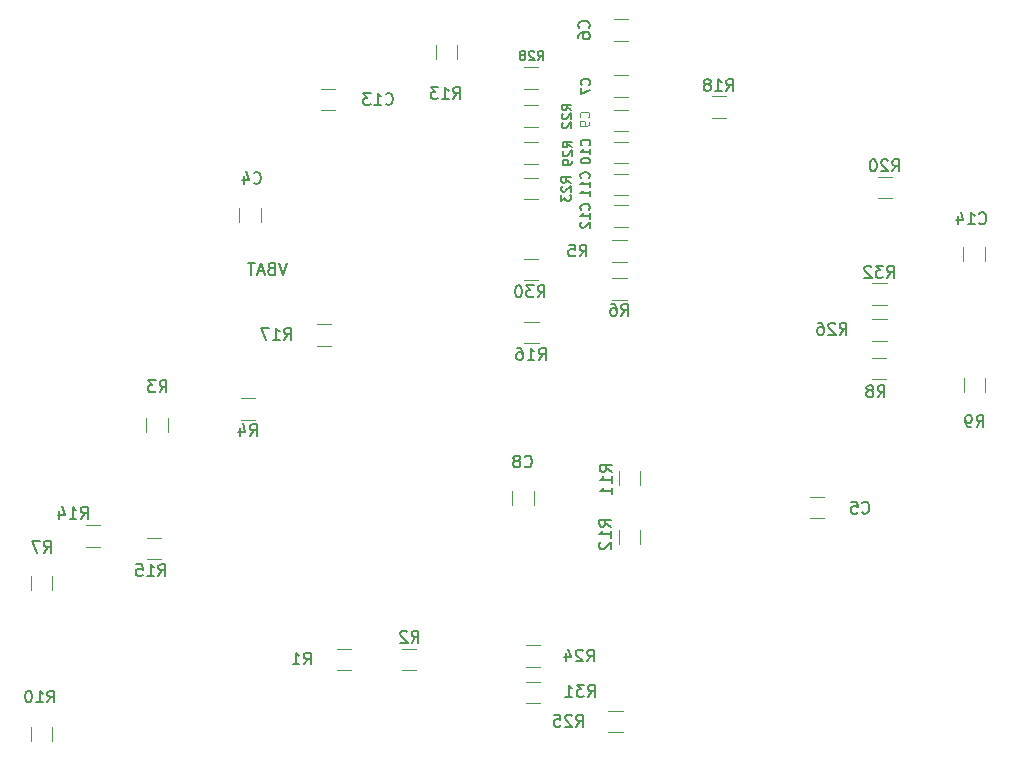
<source format=gbr>
G04 #@! TF.GenerationSoftware,KiCad,Pcbnew,5.1.2-f72e74a~84~ubuntu18.04.1*
G04 #@! TF.CreationDate,2022-02-01T20:37:36+01:00*
G04 #@! TF.ProjectId,T41Expander,54343145-7870-4616-9e64-65722e6b6963,rev?*
G04 #@! TF.SameCoordinates,Original*
G04 #@! TF.FileFunction,Legend,Bot*
G04 #@! TF.FilePolarity,Positive*
%FSLAX46Y46*%
G04 Gerber Fmt 4.6, Leading zero omitted, Abs format (unit mm)*
G04 Created by KiCad (PCBNEW 5.1.2-f72e74a~84~ubuntu18.04.1) date 2022-02-01 20:37:36*
%MOMM*%
%LPD*%
G04 APERTURE LIST*
%ADD10C,0.150000*%
%ADD11C,0.120000*%
%ADD12C,0.125000*%
G04 APERTURE END LIST*
D10*
X36242737Y-34585660D02*
X35909403Y-35585660D01*
X35576070Y-34585660D01*
X34909403Y-35061851D02*
X34766546Y-35109470D01*
X34718927Y-35157089D01*
X34671308Y-35252327D01*
X34671308Y-35395184D01*
X34718927Y-35490422D01*
X34766546Y-35538041D01*
X34861784Y-35585660D01*
X35242737Y-35585660D01*
X35242737Y-34585660D01*
X34909403Y-34585660D01*
X34814165Y-34633280D01*
X34766546Y-34680899D01*
X34718927Y-34776137D01*
X34718927Y-34871375D01*
X34766546Y-34966613D01*
X34814165Y-35014232D01*
X34909403Y-35061851D01*
X35242737Y-35061851D01*
X34290356Y-35299946D02*
X33814165Y-35299946D01*
X34385594Y-35585660D02*
X34052260Y-34585660D01*
X33718927Y-35585660D01*
X33528451Y-34585660D02*
X32957022Y-34585660D01*
X33242737Y-35585660D02*
X33242737Y-34585660D01*
D11*
X32231920Y-29943976D02*
X32231920Y-31148104D01*
X34051920Y-29943976D02*
X34051920Y-31148104D01*
X81765224Y-54390880D02*
X80561096Y-54390880D01*
X81765224Y-56210880D02*
X80561096Y-56210880D01*
X65158704Y-15769000D02*
X63954576Y-15769000D01*
X65158704Y-13949000D02*
X63954576Y-13949000D01*
X65138384Y-20513720D02*
X63934256Y-20513720D01*
X65138384Y-18693720D02*
X63934256Y-18693720D01*
X55325600Y-55120624D02*
X55325600Y-53916496D01*
X57145600Y-55120624D02*
X57145600Y-53916496D01*
X63934256Y-23439800D02*
X65138384Y-23439800D01*
X63934256Y-21619800D02*
X65138384Y-21619800D01*
X63934256Y-24317280D02*
X65138384Y-24317280D01*
X63934256Y-26137280D02*
X65138384Y-26137280D01*
X63934256Y-28880480D02*
X65138384Y-28880480D01*
X63934256Y-27060480D02*
X65138384Y-27060480D01*
X63934256Y-29717320D02*
X65138384Y-29717320D01*
X63934256Y-31537320D02*
X65138384Y-31537320D01*
X39146856Y-21671960D02*
X40350984Y-21671960D01*
X39146856Y-19851960D02*
X40350984Y-19851960D01*
X95326880Y-34432784D02*
X95326880Y-33228656D01*
X93506880Y-34432784D02*
X93506880Y-33228656D01*
X41714504Y-67258520D02*
X40510376Y-67258520D01*
X41714504Y-69078520D02*
X40510376Y-69078520D01*
X47173424Y-69078520D02*
X45969296Y-69078520D01*
X47173424Y-67258520D02*
X45969296Y-67258520D01*
X26157600Y-48938264D02*
X26157600Y-47734136D01*
X24337600Y-48938264D02*
X24337600Y-47734136D01*
X32346816Y-47869520D02*
X33550944Y-47869520D01*
X32346816Y-46049520D02*
X33550944Y-46049520D01*
X63802176Y-32663720D02*
X65006304Y-32663720D01*
X63802176Y-34483720D02*
X65006304Y-34483720D01*
X63802176Y-35879360D02*
X65006304Y-35879360D01*
X63802176Y-37699360D02*
X65006304Y-37699360D01*
X14568760Y-62286424D02*
X14568760Y-61082296D01*
X16388760Y-62286424D02*
X16388760Y-61082296D01*
X85747776Y-44435440D02*
X86951904Y-44435440D01*
X85747776Y-42615440D02*
X86951904Y-42615440D01*
X93562760Y-45509264D02*
X93562760Y-44305136D01*
X95382760Y-45509264D02*
X95382760Y-44305136D01*
X16388760Y-73882976D02*
X16388760Y-75087104D01*
X14568760Y-73882976D02*
X14568760Y-75087104D01*
X64352760Y-53380264D02*
X64352760Y-52176136D01*
X66172760Y-53380264D02*
X66172760Y-52176136D01*
X64347680Y-57215496D02*
X64347680Y-58419624D01*
X66167680Y-57215496D02*
X66167680Y-58419624D01*
X48853680Y-16158936D02*
X48853680Y-17363064D01*
X50673680Y-16158936D02*
X50673680Y-17363064D01*
X19250576Y-58623880D02*
X20454704Y-58623880D01*
X19250576Y-56803880D02*
X20454704Y-56803880D01*
X24376296Y-57860520D02*
X25580424Y-57860520D01*
X24376296Y-59680520D02*
X25580424Y-59680520D01*
X57564104Y-41387440D02*
X56359976Y-41387440D01*
X57564104Y-39567440D02*
X56359976Y-39567440D01*
X38810656Y-41605880D02*
X40014784Y-41605880D01*
X38810656Y-39785880D02*
X40014784Y-39785880D01*
X73408624Y-20481880D02*
X72204496Y-20481880D01*
X73408624Y-22301880D02*
X72204496Y-22301880D01*
X87464984Y-29114160D02*
X86260856Y-29114160D01*
X87464984Y-27294160D02*
X86260856Y-27294160D01*
X57515384Y-21228640D02*
X56311256Y-21228640D01*
X57515384Y-23048640D02*
X56311256Y-23048640D01*
X57515384Y-29215760D02*
X56311256Y-29215760D01*
X57515384Y-27395760D02*
X56311256Y-27395760D01*
X57708424Y-66963880D02*
X56504296Y-66963880D01*
X57708424Y-68783880D02*
X56504296Y-68783880D01*
X63474976Y-74341400D02*
X64679104Y-74341400D01*
X63474976Y-72521400D02*
X64679104Y-72521400D01*
X87017944Y-39343920D02*
X85813816Y-39343920D01*
X87017944Y-41163920D02*
X85813816Y-41163920D01*
X57515384Y-19827920D02*
X56311256Y-19827920D01*
X57515384Y-18007920D02*
X56311256Y-18007920D01*
X57515384Y-24368080D02*
X56311256Y-24368080D01*
X57515384Y-26188080D02*
X56311256Y-26188080D01*
X57515384Y-36043280D02*
X56311256Y-36043280D01*
X57515384Y-34223280D02*
X56311256Y-34223280D01*
X57708424Y-71872520D02*
X56504296Y-71872520D01*
X57708424Y-70052520D02*
X56504296Y-70052520D01*
X87017944Y-36301000D02*
X85813816Y-36301000D01*
X87017944Y-38121000D02*
X85813816Y-38121000D01*
D10*
X33440666Y-27799302D02*
X33488285Y-27846921D01*
X33631142Y-27894540D01*
X33726380Y-27894540D01*
X33869238Y-27846921D01*
X33964476Y-27751683D01*
X34012095Y-27656445D01*
X34059714Y-27465969D01*
X34059714Y-27323112D01*
X34012095Y-27132636D01*
X33964476Y-27037398D01*
X33869238Y-26942160D01*
X33726380Y-26894540D01*
X33631142Y-26894540D01*
X33488285Y-26942160D01*
X33440666Y-26989779D01*
X32583523Y-27227874D02*
X32583523Y-27894540D01*
X32821619Y-26846921D02*
X33059714Y-27561207D01*
X32440666Y-27561207D01*
X84951866Y-55713902D02*
X84999485Y-55761521D01*
X85142342Y-55809140D01*
X85237580Y-55809140D01*
X85380438Y-55761521D01*
X85475676Y-55666283D01*
X85523295Y-55571045D01*
X85570914Y-55380569D01*
X85570914Y-55237712D01*
X85523295Y-55047236D01*
X85475676Y-54951998D01*
X85380438Y-54856760D01*
X85237580Y-54809140D01*
X85142342Y-54809140D01*
X84999485Y-54856760D01*
X84951866Y-54904379D01*
X84047104Y-54809140D02*
X84523295Y-54809140D01*
X84570914Y-55285331D01*
X84523295Y-55237712D01*
X84428057Y-55190093D01*
X84189961Y-55190093D01*
X84094723Y-55237712D01*
X84047104Y-55285331D01*
X83999485Y-55380569D01*
X83999485Y-55618664D01*
X84047104Y-55713902D01*
X84094723Y-55761521D01*
X84189961Y-55809140D01*
X84428057Y-55809140D01*
X84523295Y-55761521D01*
X84570914Y-55713902D01*
X61804822Y-14702493D02*
X61852441Y-14654874D01*
X61900060Y-14512017D01*
X61900060Y-14416779D01*
X61852441Y-14273921D01*
X61757203Y-14178683D01*
X61661965Y-14131064D01*
X61471489Y-14083445D01*
X61328632Y-14083445D01*
X61138156Y-14131064D01*
X61042918Y-14178683D01*
X60947680Y-14273921D01*
X60900060Y-14416779D01*
X60900060Y-14512017D01*
X60947680Y-14654874D01*
X60995299Y-14702493D01*
X60900060Y-15559636D02*
X60900060Y-15369160D01*
X60947680Y-15273921D01*
X60995299Y-15226302D01*
X61138156Y-15131064D01*
X61328632Y-15083445D01*
X61709584Y-15083445D01*
X61804822Y-15131064D01*
X61852441Y-15178683D01*
X61900060Y-15273921D01*
X61900060Y-15464398D01*
X61852441Y-15559636D01*
X61804822Y-15607255D01*
X61709584Y-15654874D01*
X61471489Y-15654874D01*
X61376251Y-15607255D01*
X61328632Y-15559636D01*
X61281013Y-15464398D01*
X61281013Y-15273921D01*
X61328632Y-15178683D01*
X61376251Y-15131064D01*
X61471489Y-15083445D01*
X61845154Y-19495786D02*
X61883249Y-19457691D01*
X61921344Y-19343405D01*
X61921344Y-19267215D01*
X61883249Y-19152929D01*
X61807059Y-19076739D01*
X61730868Y-19038643D01*
X61578487Y-19000548D01*
X61464201Y-19000548D01*
X61311820Y-19038643D01*
X61235630Y-19076739D01*
X61159440Y-19152929D01*
X61121344Y-19267215D01*
X61121344Y-19343405D01*
X61159440Y-19457691D01*
X61197535Y-19495786D01*
X61121344Y-19762453D02*
X61121344Y-20295786D01*
X61921344Y-19952929D01*
X56376866Y-51807382D02*
X56424485Y-51855001D01*
X56567342Y-51902620D01*
X56662580Y-51902620D01*
X56805438Y-51855001D01*
X56900676Y-51759763D01*
X56948295Y-51664525D01*
X56995914Y-51474049D01*
X56995914Y-51331192D01*
X56948295Y-51140716D01*
X56900676Y-51045478D01*
X56805438Y-50950240D01*
X56662580Y-50902620D01*
X56567342Y-50902620D01*
X56424485Y-50950240D01*
X56376866Y-50997859D01*
X55805438Y-51331192D02*
X55900676Y-51283573D01*
X55948295Y-51235954D01*
X55995914Y-51140716D01*
X55995914Y-51093097D01*
X55948295Y-50997859D01*
X55900676Y-50950240D01*
X55805438Y-50902620D01*
X55614961Y-50902620D01*
X55519723Y-50950240D01*
X55472104Y-50997859D01*
X55424485Y-51093097D01*
X55424485Y-51140716D01*
X55472104Y-51235954D01*
X55519723Y-51283573D01*
X55614961Y-51331192D01*
X55805438Y-51331192D01*
X55900676Y-51378811D01*
X55948295Y-51426430D01*
X55995914Y-51521668D01*
X55995914Y-51712144D01*
X55948295Y-51807382D01*
X55900676Y-51855001D01*
X55805438Y-51902620D01*
X55614961Y-51902620D01*
X55519723Y-51855001D01*
X55472104Y-51807382D01*
X55424485Y-51712144D01*
X55424485Y-51521668D01*
X55472104Y-51426430D01*
X55519723Y-51378811D01*
X55614961Y-51331192D01*
D12*
X61748634Y-22269466D02*
X61786729Y-22231371D01*
X61824824Y-22117085D01*
X61824824Y-22040895D01*
X61786729Y-21926609D01*
X61710539Y-21850419D01*
X61634348Y-21812323D01*
X61481967Y-21774228D01*
X61367681Y-21774228D01*
X61215300Y-21812323D01*
X61139110Y-21850419D01*
X61062920Y-21926609D01*
X61024824Y-22040895D01*
X61024824Y-22117085D01*
X61062920Y-22231371D01*
X61101015Y-22269466D01*
X61824824Y-22650419D02*
X61824824Y-22802800D01*
X61786729Y-22878990D01*
X61748634Y-22917085D01*
X61634348Y-22993276D01*
X61481967Y-23031371D01*
X61177205Y-23031371D01*
X61101015Y-22993276D01*
X61062920Y-22955180D01*
X61024824Y-22878990D01*
X61024824Y-22726609D01*
X61062920Y-22650419D01*
X61101015Y-22612323D01*
X61177205Y-22574228D01*
X61367681Y-22574228D01*
X61443872Y-22612323D01*
X61481967Y-22650419D01*
X61520062Y-22726609D01*
X61520062Y-22878990D01*
X61481967Y-22955180D01*
X61443872Y-22993276D01*
X61367681Y-23031371D01*
D10*
X61850234Y-24646954D02*
X61888329Y-24608859D01*
X61926424Y-24494573D01*
X61926424Y-24418382D01*
X61888329Y-24304097D01*
X61812139Y-24227906D01*
X61735948Y-24189811D01*
X61583567Y-24151716D01*
X61469281Y-24151716D01*
X61316900Y-24189811D01*
X61240710Y-24227906D01*
X61164520Y-24304097D01*
X61126424Y-24418382D01*
X61126424Y-24494573D01*
X61164520Y-24608859D01*
X61202615Y-24646954D01*
X61926424Y-25408859D02*
X61926424Y-24951716D01*
X61926424Y-25180287D02*
X61126424Y-25180287D01*
X61240710Y-25104097D01*
X61316900Y-25027906D01*
X61354996Y-24951716D01*
X61126424Y-25904097D02*
X61126424Y-25980287D01*
X61164520Y-26056478D01*
X61202615Y-26094573D01*
X61278805Y-26132668D01*
X61431186Y-26170763D01*
X61621662Y-26170763D01*
X61774043Y-26132668D01*
X61850234Y-26094573D01*
X61888329Y-26056478D01*
X61926424Y-25980287D01*
X61926424Y-25904097D01*
X61888329Y-25827906D01*
X61850234Y-25789811D01*
X61774043Y-25751716D01*
X61621662Y-25713620D01*
X61431186Y-25713620D01*
X61278805Y-25751716D01*
X61202615Y-25789811D01*
X61164520Y-25827906D01*
X61126424Y-25904097D01*
X61822073Y-27408873D02*
X61860168Y-27370778D01*
X61898263Y-27256492D01*
X61898263Y-27180301D01*
X61860168Y-27066016D01*
X61783978Y-26989825D01*
X61707787Y-26951730D01*
X61555406Y-26913635D01*
X61441120Y-26913635D01*
X61288739Y-26951730D01*
X61212549Y-26989825D01*
X61136359Y-27066016D01*
X61098263Y-27180301D01*
X61098263Y-27256492D01*
X61136359Y-27370778D01*
X61174454Y-27408873D01*
X61898263Y-28170778D02*
X61898263Y-27713635D01*
X61898263Y-27942206D02*
X61098263Y-27942206D01*
X61212549Y-27866016D01*
X61288739Y-27789825D01*
X61326835Y-27713635D01*
X61898263Y-28932682D02*
X61898263Y-28475539D01*
X61898263Y-28704111D02*
X61098263Y-28704111D01*
X61212549Y-28627920D01*
X61288739Y-28551730D01*
X61326835Y-28475539D01*
X61829914Y-30097794D02*
X61868009Y-30059699D01*
X61906104Y-29945413D01*
X61906104Y-29869222D01*
X61868009Y-29754937D01*
X61791819Y-29678746D01*
X61715628Y-29640651D01*
X61563247Y-29602556D01*
X61448961Y-29602556D01*
X61296580Y-29640651D01*
X61220390Y-29678746D01*
X61144200Y-29754937D01*
X61106104Y-29869222D01*
X61106104Y-29945413D01*
X61144200Y-30059699D01*
X61182295Y-30097794D01*
X61906104Y-30859699D02*
X61906104Y-30402556D01*
X61906104Y-30631127D02*
X61106104Y-30631127D01*
X61220390Y-30554937D01*
X61296580Y-30478746D01*
X61334676Y-30402556D01*
X61182295Y-31164460D02*
X61144200Y-31202556D01*
X61106104Y-31278746D01*
X61106104Y-31469222D01*
X61144200Y-31545413D01*
X61182295Y-31583508D01*
X61258485Y-31621603D01*
X61334676Y-31621603D01*
X61448961Y-31583508D01*
X61906104Y-31126365D01*
X61906104Y-31621603D01*
X44615337Y-21119102D02*
X44662956Y-21166721D01*
X44805813Y-21214340D01*
X44901051Y-21214340D01*
X45043908Y-21166721D01*
X45139146Y-21071483D01*
X45186765Y-20976245D01*
X45234384Y-20785769D01*
X45234384Y-20642912D01*
X45186765Y-20452436D01*
X45139146Y-20357198D01*
X45043908Y-20261960D01*
X44901051Y-20214340D01*
X44805813Y-20214340D01*
X44662956Y-20261960D01*
X44615337Y-20309579D01*
X43662956Y-21214340D02*
X44234384Y-21214340D01*
X43948670Y-21214340D02*
X43948670Y-20214340D01*
X44043908Y-20357198D01*
X44139146Y-20452436D01*
X44234384Y-20500055D01*
X43329622Y-20214340D02*
X42710575Y-20214340D01*
X43043908Y-20595293D01*
X42901051Y-20595293D01*
X42805813Y-20642912D01*
X42758194Y-20690531D01*
X42710575Y-20785769D01*
X42710575Y-21023864D01*
X42758194Y-21119102D01*
X42805813Y-21166721D01*
X42901051Y-21214340D01*
X43186765Y-21214340D01*
X43282003Y-21166721D01*
X43329622Y-21119102D01*
X94861617Y-31228302D02*
X94909236Y-31275921D01*
X95052093Y-31323540D01*
X95147331Y-31323540D01*
X95290188Y-31275921D01*
X95385426Y-31180683D01*
X95433045Y-31085445D01*
X95480664Y-30894969D01*
X95480664Y-30752112D01*
X95433045Y-30561636D01*
X95385426Y-30466398D01*
X95290188Y-30371160D01*
X95147331Y-30323540D01*
X95052093Y-30323540D01*
X94909236Y-30371160D01*
X94861617Y-30418779D01*
X93909236Y-31323540D02*
X94480664Y-31323540D01*
X94194950Y-31323540D02*
X94194950Y-30323540D01*
X94290188Y-30466398D01*
X94385426Y-30561636D01*
X94480664Y-30609255D01*
X93052093Y-30656874D02*
X93052093Y-31323540D01*
X93290188Y-30275921D02*
X93528283Y-30990207D01*
X92909236Y-30990207D01*
X37692626Y-68590420D02*
X38025960Y-68114230D01*
X38264055Y-68590420D02*
X38264055Y-67590420D01*
X37883102Y-67590420D01*
X37787864Y-67638040D01*
X37740245Y-67685659D01*
X37692626Y-67780897D01*
X37692626Y-67923754D01*
X37740245Y-68018992D01*
X37787864Y-68066611D01*
X37883102Y-68114230D01*
X38264055Y-68114230D01*
X36740245Y-68590420D02*
X37311674Y-68590420D01*
X37025960Y-68590420D02*
X37025960Y-67590420D01*
X37121198Y-67733278D01*
X37216436Y-67828516D01*
X37311674Y-67876135D01*
X46801066Y-66736220D02*
X47134400Y-66260030D01*
X47372495Y-66736220D02*
X47372495Y-65736220D01*
X46991542Y-65736220D01*
X46896304Y-65783840D01*
X46848685Y-65831459D01*
X46801066Y-65926697D01*
X46801066Y-66069554D01*
X46848685Y-66164792D01*
X46896304Y-66212411D01*
X46991542Y-66260030D01*
X47372495Y-66260030D01*
X46420114Y-65831459D02*
X46372495Y-65783840D01*
X46277257Y-65736220D01*
X46039161Y-65736220D01*
X45943923Y-65783840D01*
X45896304Y-65831459D01*
X45848685Y-65926697D01*
X45848685Y-66021935D01*
X45896304Y-66164792D01*
X46467733Y-66736220D01*
X45848685Y-66736220D01*
X25465066Y-45537380D02*
X25798400Y-45061190D01*
X26036495Y-45537380D02*
X26036495Y-44537380D01*
X25655542Y-44537380D01*
X25560304Y-44585000D01*
X25512685Y-44632619D01*
X25465066Y-44727857D01*
X25465066Y-44870714D01*
X25512685Y-44965952D01*
X25560304Y-45013571D01*
X25655542Y-45061190D01*
X26036495Y-45061190D01*
X25131733Y-44537380D02*
X24512685Y-44537380D01*
X24846019Y-44918333D01*
X24703161Y-44918333D01*
X24607923Y-44965952D01*
X24560304Y-45013571D01*
X24512685Y-45108809D01*
X24512685Y-45346904D01*
X24560304Y-45442142D01*
X24607923Y-45489761D01*
X24703161Y-45537380D01*
X24988876Y-45537380D01*
X25084114Y-45489761D01*
X25131733Y-45442142D01*
X33115546Y-49231900D02*
X33448880Y-48755710D01*
X33686975Y-49231900D02*
X33686975Y-48231900D01*
X33306022Y-48231900D01*
X33210784Y-48279520D01*
X33163165Y-48327139D01*
X33115546Y-48422377D01*
X33115546Y-48565234D01*
X33163165Y-48660472D01*
X33210784Y-48708091D01*
X33306022Y-48755710D01*
X33686975Y-48755710D01*
X32258403Y-48565234D02*
X32258403Y-49231900D01*
X32496499Y-48184281D02*
X32734594Y-48898567D01*
X32115546Y-48898567D01*
X61030146Y-34036260D02*
X61363480Y-33560070D01*
X61601575Y-34036260D02*
X61601575Y-33036260D01*
X61220622Y-33036260D01*
X61125384Y-33083880D01*
X61077765Y-33131499D01*
X61030146Y-33226737D01*
X61030146Y-33369594D01*
X61077765Y-33464832D01*
X61125384Y-33512451D01*
X61220622Y-33560070D01*
X61601575Y-33560070D01*
X60125384Y-33036260D02*
X60601575Y-33036260D01*
X60649194Y-33512451D01*
X60601575Y-33464832D01*
X60506337Y-33417213D01*
X60268241Y-33417213D01*
X60173003Y-33464832D01*
X60125384Y-33512451D01*
X60077765Y-33607689D01*
X60077765Y-33845784D01*
X60125384Y-33941022D01*
X60173003Y-33988641D01*
X60268241Y-34036260D01*
X60506337Y-34036260D01*
X60601575Y-33988641D01*
X60649194Y-33941022D01*
X64570906Y-39061740D02*
X64904240Y-38585550D01*
X65142335Y-39061740D02*
X65142335Y-38061740D01*
X64761382Y-38061740D01*
X64666144Y-38109360D01*
X64618525Y-38156979D01*
X64570906Y-38252217D01*
X64570906Y-38395074D01*
X64618525Y-38490312D01*
X64666144Y-38537931D01*
X64761382Y-38585550D01*
X65142335Y-38585550D01*
X63713763Y-38061740D02*
X63904240Y-38061740D01*
X63999478Y-38109360D01*
X64047097Y-38156979D01*
X64142335Y-38299836D01*
X64189954Y-38490312D01*
X64189954Y-38871264D01*
X64142335Y-38966502D01*
X64094716Y-39014121D01*
X63999478Y-39061740D01*
X63809001Y-39061740D01*
X63713763Y-39014121D01*
X63666144Y-38966502D01*
X63618525Y-38871264D01*
X63618525Y-38633169D01*
X63666144Y-38537931D01*
X63713763Y-38490312D01*
X63809001Y-38442693D01*
X63999478Y-38442693D01*
X64094716Y-38490312D01*
X64142335Y-38537931D01*
X64189954Y-38633169D01*
X15675906Y-59111140D02*
X16009240Y-58634950D01*
X16247335Y-59111140D02*
X16247335Y-58111140D01*
X15866382Y-58111140D01*
X15771144Y-58158760D01*
X15723525Y-58206379D01*
X15675906Y-58301617D01*
X15675906Y-58444474D01*
X15723525Y-58539712D01*
X15771144Y-58587331D01*
X15866382Y-58634950D01*
X16247335Y-58634950D01*
X15342573Y-58111140D02*
X14675906Y-58111140D01*
X15104478Y-59111140D01*
X86272666Y-45959020D02*
X86606000Y-45482830D01*
X86844095Y-45959020D02*
X86844095Y-44959020D01*
X86463142Y-44959020D01*
X86367904Y-45006640D01*
X86320285Y-45054259D01*
X86272666Y-45149497D01*
X86272666Y-45292354D01*
X86320285Y-45387592D01*
X86367904Y-45435211D01*
X86463142Y-45482830D01*
X86844095Y-45482830D01*
X85701238Y-45387592D02*
X85796476Y-45339973D01*
X85844095Y-45292354D01*
X85891714Y-45197116D01*
X85891714Y-45149497D01*
X85844095Y-45054259D01*
X85796476Y-45006640D01*
X85701238Y-44959020D01*
X85510761Y-44959020D01*
X85415523Y-45006640D01*
X85367904Y-45054259D01*
X85320285Y-45149497D01*
X85320285Y-45197116D01*
X85367904Y-45292354D01*
X85415523Y-45339973D01*
X85510761Y-45387592D01*
X85701238Y-45387592D01*
X85796476Y-45435211D01*
X85844095Y-45482830D01*
X85891714Y-45578068D01*
X85891714Y-45768544D01*
X85844095Y-45863782D01*
X85796476Y-45911401D01*
X85701238Y-45959020D01*
X85510761Y-45959020D01*
X85415523Y-45911401D01*
X85367904Y-45863782D01*
X85320285Y-45768544D01*
X85320285Y-45578068D01*
X85367904Y-45482830D01*
X85415523Y-45435211D01*
X85510761Y-45387592D01*
X94639426Y-48493940D02*
X94972760Y-48017750D01*
X95210855Y-48493940D02*
X95210855Y-47493940D01*
X94829902Y-47493940D01*
X94734664Y-47541560D01*
X94687045Y-47589179D01*
X94639426Y-47684417D01*
X94639426Y-47827274D01*
X94687045Y-47922512D01*
X94734664Y-47970131D01*
X94829902Y-48017750D01*
X95210855Y-48017750D01*
X94163236Y-48493940D02*
X93972760Y-48493940D01*
X93877521Y-48446321D01*
X93829902Y-48398702D01*
X93734664Y-48255845D01*
X93687045Y-48065369D01*
X93687045Y-47684417D01*
X93734664Y-47589179D01*
X93782283Y-47541560D01*
X93877521Y-47493940D01*
X94067998Y-47493940D01*
X94163236Y-47541560D01*
X94210855Y-47589179D01*
X94258474Y-47684417D01*
X94258474Y-47922512D01*
X94210855Y-48017750D01*
X94163236Y-48065369D01*
X94067998Y-48112988D01*
X93877521Y-48112988D01*
X93782283Y-48065369D01*
X93734664Y-48017750D01*
X93687045Y-47922512D01*
X15979377Y-71806060D02*
X16312710Y-71329870D01*
X16550805Y-71806060D02*
X16550805Y-70806060D01*
X16169853Y-70806060D01*
X16074615Y-70853680D01*
X16026996Y-70901299D01*
X15979377Y-70996537D01*
X15979377Y-71139394D01*
X16026996Y-71234632D01*
X16074615Y-71282251D01*
X16169853Y-71329870D01*
X16550805Y-71329870D01*
X15026996Y-71806060D02*
X15598424Y-71806060D01*
X15312710Y-71806060D02*
X15312710Y-70806060D01*
X15407948Y-70948918D01*
X15503186Y-71044156D01*
X15598424Y-71091775D01*
X14407948Y-70806060D02*
X14312710Y-70806060D01*
X14217472Y-70853680D01*
X14169853Y-70901299D01*
X14122234Y-70996537D01*
X14074615Y-71187013D01*
X14074615Y-71425108D01*
X14122234Y-71615584D01*
X14169853Y-71710822D01*
X14217472Y-71758441D01*
X14312710Y-71806060D01*
X14407948Y-71806060D01*
X14503186Y-71758441D01*
X14550805Y-71710822D01*
X14598424Y-71615584D01*
X14646043Y-71425108D01*
X14646043Y-71187013D01*
X14598424Y-70996537D01*
X14550805Y-70901299D01*
X14503186Y-70853680D01*
X14407948Y-70806060D01*
X63749180Y-52285662D02*
X63272990Y-51952329D01*
X63749180Y-51714234D02*
X62749180Y-51714234D01*
X62749180Y-52095186D01*
X62796800Y-52190424D01*
X62844419Y-52238043D01*
X62939657Y-52285662D01*
X63082514Y-52285662D01*
X63177752Y-52238043D01*
X63225371Y-52190424D01*
X63272990Y-52095186D01*
X63272990Y-51714234D01*
X63749180Y-53238043D02*
X63749180Y-52666615D01*
X63749180Y-52952329D02*
X62749180Y-52952329D01*
X62892038Y-52857091D01*
X62987276Y-52761853D01*
X63034895Y-52666615D01*
X63749180Y-54190424D02*
X63749180Y-53618996D01*
X63749180Y-53904710D02*
X62749180Y-53904710D01*
X62892038Y-53809472D01*
X62987276Y-53714234D01*
X63034895Y-53618996D01*
X63672980Y-56918622D02*
X63196790Y-56585289D01*
X63672980Y-56347194D02*
X62672980Y-56347194D01*
X62672980Y-56728146D01*
X62720600Y-56823384D01*
X62768219Y-56871003D01*
X62863457Y-56918622D01*
X63006314Y-56918622D01*
X63101552Y-56871003D01*
X63149171Y-56823384D01*
X63196790Y-56728146D01*
X63196790Y-56347194D01*
X63672980Y-57871003D02*
X63672980Y-57299575D01*
X63672980Y-57585289D02*
X62672980Y-57585289D01*
X62815838Y-57490051D01*
X62911076Y-57394813D01*
X62958695Y-57299575D01*
X62768219Y-58251956D02*
X62720600Y-58299575D01*
X62672980Y-58394813D01*
X62672980Y-58632908D01*
X62720600Y-58728146D01*
X62768219Y-58775765D01*
X62863457Y-58823384D01*
X62958695Y-58823384D01*
X63101552Y-58775765D01*
X63672980Y-58204337D01*
X63672980Y-58823384D01*
X50325257Y-20711420D02*
X50658590Y-20235230D01*
X50896685Y-20711420D02*
X50896685Y-19711420D01*
X50515733Y-19711420D01*
X50420495Y-19759040D01*
X50372876Y-19806659D01*
X50325257Y-19901897D01*
X50325257Y-20044754D01*
X50372876Y-20139992D01*
X50420495Y-20187611D01*
X50515733Y-20235230D01*
X50896685Y-20235230D01*
X49372876Y-20711420D02*
X49944304Y-20711420D01*
X49658590Y-20711420D02*
X49658590Y-19711420D01*
X49753828Y-19854278D01*
X49849066Y-19949516D01*
X49944304Y-19997135D01*
X49039542Y-19711420D02*
X48420495Y-19711420D01*
X48753828Y-20092373D01*
X48610971Y-20092373D01*
X48515733Y-20139992D01*
X48468114Y-20187611D01*
X48420495Y-20282849D01*
X48420495Y-20520944D01*
X48468114Y-20616182D01*
X48515733Y-20663801D01*
X48610971Y-20711420D01*
X48896685Y-20711420D01*
X48991923Y-20663801D01*
X49039542Y-20616182D01*
X18798777Y-56235860D02*
X19132110Y-55759670D01*
X19370205Y-56235860D02*
X19370205Y-55235860D01*
X18989253Y-55235860D01*
X18894015Y-55283480D01*
X18846396Y-55331099D01*
X18798777Y-55426337D01*
X18798777Y-55569194D01*
X18846396Y-55664432D01*
X18894015Y-55712051D01*
X18989253Y-55759670D01*
X19370205Y-55759670D01*
X17846396Y-56235860D02*
X18417824Y-56235860D01*
X18132110Y-56235860D02*
X18132110Y-55235860D01*
X18227348Y-55378718D01*
X18322586Y-55473956D01*
X18417824Y-55521575D01*
X16989253Y-55569194D02*
X16989253Y-56235860D01*
X17227348Y-55188241D02*
X17465443Y-55902527D01*
X16846396Y-55902527D01*
X25372297Y-61087260D02*
X25705630Y-60611070D01*
X25943725Y-61087260D02*
X25943725Y-60087260D01*
X25562773Y-60087260D01*
X25467535Y-60134880D01*
X25419916Y-60182499D01*
X25372297Y-60277737D01*
X25372297Y-60420594D01*
X25419916Y-60515832D01*
X25467535Y-60563451D01*
X25562773Y-60611070D01*
X25943725Y-60611070D01*
X24419916Y-61087260D02*
X24991344Y-61087260D01*
X24705630Y-61087260D02*
X24705630Y-60087260D01*
X24800868Y-60230118D01*
X24896106Y-60325356D01*
X24991344Y-60372975D01*
X23515154Y-60087260D02*
X23991344Y-60087260D01*
X24038963Y-60563451D01*
X23991344Y-60515832D01*
X23896106Y-60468213D01*
X23658011Y-60468213D01*
X23562773Y-60515832D01*
X23515154Y-60563451D01*
X23467535Y-60658689D01*
X23467535Y-60896784D01*
X23515154Y-60992022D01*
X23562773Y-61039641D01*
X23658011Y-61087260D01*
X23896106Y-61087260D01*
X23991344Y-61039641D01*
X24038963Y-60992022D01*
X57574417Y-42794180D02*
X57907750Y-42317990D01*
X58145845Y-42794180D02*
X58145845Y-41794180D01*
X57764893Y-41794180D01*
X57669655Y-41841800D01*
X57622036Y-41889419D01*
X57574417Y-41984657D01*
X57574417Y-42127514D01*
X57622036Y-42222752D01*
X57669655Y-42270371D01*
X57764893Y-42317990D01*
X58145845Y-42317990D01*
X56622036Y-42794180D02*
X57193464Y-42794180D01*
X56907750Y-42794180D02*
X56907750Y-41794180D01*
X57002988Y-41937038D01*
X57098226Y-42032276D01*
X57193464Y-42079895D01*
X55764893Y-41794180D02*
X55955369Y-41794180D01*
X56050607Y-41841800D01*
X56098226Y-41889419D01*
X56193464Y-42032276D01*
X56241083Y-42222752D01*
X56241083Y-42603704D01*
X56193464Y-42698942D01*
X56145845Y-42746561D01*
X56050607Y-42794180D01*
X55860131Y-42794180D01*
X55764893Y-42746561D01*
X55717274Y-42698942D01*
X55669655Y-42603704D01*
X55669655Y-42365609D01*
X55717274Y-42270371D01*
X55764893Y-42222752D01*
X55860131Y-42175133D01*
X56050607Y-42175133D01*
X56145845Y-42222752D01*
X56193464Y-42270371D01*
X56241083Y-42365609D01*
X36019977Y-41112700D02*
X36353310Y-40636510D01*
X36591405Y-41112700D02*
X36591405Y-40112700D01*
X36210453Y-40112700D01*
X36115215Y-40160320D01*
X36067596Y-40207939D01*
X36019977Y-40303177D01*
X36019977Y-40446034D01*
X36067596Y-40541272D01*
X36115215Y-40588891D01*
X36210453Y-40636510D01*
X36591405Y-40636510D01*
X35067596Y-41112700D02*
X35639024Y-41112700D01*
X35353310Y-41112700D02*
X35353310Y-40112700D01*
X35448548Y-40255558D01*
X35543786Y-40350796D01*
X35639024Y-40398415D01*
X34734262Y-40112700D02*
X34067596Y-40112700D01*
X34496167Y-41112700D01*
X73449417Y-20024260D02*
X73782750Y-19548070D01*
X74020845Y-20024260D02*
X74020845Y-19024260D01*
X73639893Y-19024260D01*
X73544655Y-19071880D01*
X73497036Y-19119499D01*
X73449417Y-19214737D01*
X73449417Y-19357594D01*
X73497036Y-19452832D01*
X73544655Y-19500451D01*
X73639893Y-19548070D01*
X74020845Y-19548070D01*
X72497036Y-20024260D02*
X73068464Y-20024260D01*
X72782750Y-20024260D02*
X72782750Y-19024260D01*
X72877988Y-19167118D01*
X72973226Y-19262356D01*
X73068464Y-19309975D01*
X71925607Y-19452832D02*
X72020845Y-19405213D01*
X72068464Y-19357594D01*
X72116083Y-19262356D01*
X72116083Y-19214737D01*
X72068464Y-19119499D01*
X72020845Y-19071880D01*
X71925607Y-19024260D01*
X71735131Y-19024260D01*
X71639893Y-19071880D01*
X71592274Y-19119499D01*
X71544655Y-19214737D01*
X71544655Y-19262356D01*
X71592274Y-19357594D01*
X71639893Y-19405213D01*
X71735131Y-19452832D01*
X71925607Y-19452832D01*
X72020845Y-19500451D01*
X72068464Y-19548070D01*
X72116083Y-19643308D01*
X72116083Y-19833784D01*
X72068464Y-19929022D01*
X72020845Y-19976641D01*
X71925607Y-20024260D01*
X71735131Y-20024260D01*
X71639893Y-19976641D01*
X71592274Y-19929022D01*
X71544655Y-19833784D01*
X71544655Y-19643308D01*
X71592274Y-19548070D01*
X71639893Y-19500451D01*
X71735131Y-19452832D01*
X87505777Y-26836540D02*
X87839110Y-26360350D01*
X88077205Y-26836540D02*
X88077205Y-25836540D01*
X87696253Y-25836540D01*
X87601015Y-25884160D01*
X87553396Y-25931779D01*
X87505777Y-26027017D01*
X87505777Y-26169874D01*
X87553396Y-26265112D01*
X87601015Y-26312731D01*
X87696253Y-26360350D01*
X88077205Y-26360350D01*
X87124824Y-25931779D02*
X87077205Y-25884160D01*
X86981967Y-25836540D01*
X86743872Y-25836540D01*
X86648634Y-25884160D01*
X86601015Y-25931779D01*
X86553396Y-26027017D01*
X86553396Y-26122255D01*
X86601015Y-26265112D01*
X87172443Y-26836540D01*
X86553396Y-26836540D01*
X85934348Y-25836540D02*
X85839110Y-25836540D01*
X85743872Y-25884160D01*
X85696253Y-25931779D01*
X85648634Y-26027017D01*
X85601015Y-26217493D01*
X85601015Y-26455588D01*
X85648634Y-26646064D01*
X85696253Y-26741302D01*
X85743872Y-26788921D01*
X85839110Y-26836540D01*
X85934348Y-26836540D01*
X86029586Y-26788921D01*
X86077205Y-26741302D01*
X86124824Y-26646064D01*
X86172443Y-26455588D01*
X86172443Y-26217493D01*
X86124824Y-26027017D01*
X86077205Y-25931779D01*
X86029586Y-25884160D01*
X85934348Y-25836540D01*
X60316064Y-21654834D02*
X59935112Y-21388167D01*
X60316064Y-21197691D02*
X59516064Y-21197691D01*
X59516064Y-21502453D01*
X59554160Y-21578643D01*
X59592255Y-21616739D01*
X59668445Y-21654834D01*
X59782731Y-21654834D01*
X59858921Y-21616739D01*
X59897017Y-21578643D01*
X59935112Y-21502453D01*
X59935112Y-21197691D01*
X59592255Y-21959596D02*
X59554160Y-21997691D01*
X59516064Y-22073881D01*
X59516064Y-22264358D01*
X59554160Y-22340548D01*
X59592255Y-22378643D01*
X59668445Y-22416739D01*
X59744636Y-22416739D01*
X59858921Y-22378643D01*
X60316064Y-21921500D01*
X60316064Y-22416739D01*
X59592255Y-22721500D02*
X59554160Y-22759596D01*
X59516064Y-22835786D01*
X59516064Y-23026262D01*
X59554160Y-23102453D01*
X59592255Y-23140548D01*
X59668445Y-23178643D01*
X59744636Y-23178643D01*
X59858921Y-23140548D01*
X60316064Y-22683405D01*
X60316064Y-23178643D01*
X60285584Y-27816874D02*
X59904632Y-27550207D01*
X60285584Y-27359731D02*
X59485584Y-27359731D01*
X59485584Y-27664493D01*
X59523680Y-27740683D01*
X59561775Y-27778779D01*
X59637965Y-27816874D01*
X59752251Y-27816874D01*
X59828441Y-27778779D01*
X59866537Y-27740683D01*
X59904632Y-27664493D01*
X59904632Y-27359731D01*
X59561775Y-28121636D02*
X59523680Y-28159731D01*
X59485584Y-28235921D01*
X59485584Y-28426398D01*
X59523680Y-28502588D01*
X59561775Y-28540683D01*
X59637965Y-28578779D01*
X59714156Y-28578779D01*
X59828441Y-28540683D01*
X60285584Y-28083540D01*
X60285584Y-28578779D01*
X59485584Y-28845445D02*
X59485584Y-29340683D01*
X59790346Y-29074017D01*
X59790346Y-29188302D01*
X59828441Y-29264493D01*
X59866537Y-29302588D01*
X59942727Y-29340683D01*
X60133203Y-29340683D01*
X60209394Y-29302588D01*
X60247489Y-29264493D01*
X60285584Y-29188302D01*
X60285584Y-28959731D01*
X60247489Y-28883540D01*
X60209394Y-28845445D01*
X61660817Y-68326260D02*
X61994150Y-67850070D01*
X62232245Y-68326260D02*
X62232245Y-67326260D01*
X61851293Y-67326260D01*
X61756055Y-67373880D01*
X61708436Y-67421499D01*
X61660817Y-67516737D01*
X61660817Y-67659594D01*
X61708436Y-67754832D01*
X61756055Y-67802451D01*
X61851293Y-67850070D01*
X62232245Y-67850070D01*
X61279864Y-67421499D02*
X61232245Y-67373880D01*
X61137007Y-67326260D01*
X60898912Y-67326260D01*
X60803674Y-67373880D01*
X60756055Y-67421499D01*
X60708436Y-67516737D01*
X60708436Y-67611975D01*
X60756055Y-67754832D01*
X61327483Y-68326260D01*
X60708436Y-68326260D01*
X59851293Y-67659594D02*
X59851293Y-68326260D01*
X60089388Y-67278641D02*
X60327483Y-67992927D01*
X59708436Y-67992927D01*
X60747337Y-73848220D02*
X61080670Y-73372030D01*
X61318765Y-73848220D02*
X61318765Y-72848220D01*
X60937813Y-72848220D01*
X60842575Y-72895840D01*
X60794956Y-72943459D01*
X60747337Y-73038697D01*
X60747337Y-73181554D01*
X60794956Y-73276792D01*
X60842575Y-73324411D01*
X60937813Y-73372030D01*
X61318765Y-73372030D01*
X60366384Y-72943459D02*
X60318765Y-72895840D01*
X60223527Y-72848220D01*
X59985432Y-72848220D01*
X59890194Y-72895840D01*
X59842575Y-72943459D01*
X59794956Y-73038697D01*
X59794956Y-73133935D01*
X59842575Y-73276792D01*
X60414003Y-73848220D01*
X59794956Y-73848220D01*
X58890194Y-72848220D02*
X59366384Y-72848220D01*
X59414003Y-73324411D01*
X59366384Y-73276792D01*
X59271146Y-73229173D01*
X59033051Y-73229173D01*
X58937813Y-73276792D01*
X58890194Y-73324411D01*
X58842575Y-73419649D01*
X58842575Y-73657744D01*
X58890194Y-73752982D01*
X58937813Y-73800601D01*
X59033051Y-73848220D01*
X59271146Y-73848220D01*
X59366384Y-73800601D01*
X59414003Y-73752982D01*
X83050617Y-40665660D02*
X83383950Y-40189470D01*
X83622045Y-40665660D02*
X83622045Y-39665660D01*
X83241093Y-39665660D01*
X83145855Y-39713280D01*
X83098236Y-39760899D01*
X83050617Y-39856137D01*
X83050617Y-39998994D01*
X83098236Y-40094232D01*
X83145855Y-40141851D01*
X83241093Y-40189470D01*
X83622045Y-40189470D01*
X82669664Y-39760899D02*
X82622045Y-39713280D01*
X82526807Y-39665660D01*
X82288712Y-39665660D01*
X82193474Y-39713280D01*
X82145855Y-39760899D01*
X82098236Y-39856137D01*
X82098236Y-39951375D01*
X82145855Y-40094232D01*
X82717283Y-40665660D01*
X82098236Y-40665660D01*
X81241093Y-39665660D02*
X81431569Y-39665660D01*
X81526807Y-39713280D01*
X81574426Y-39760899D01*
X81669664Y-39903756D01*
X81717283Y-40094232D01*
X81717283Y-40475184D01*
X81669664Y-40570422D01*
X81622045Y-40618041D01*
X81526807Y-40665660D01*
X81336331Y-40665660D01*
X81241093Y-40618041D01*
X81193474Y-40570422D01*
X81145855Y-40475184D01*
X81145855Y-40237089D01*
X81193474Y-40141851D01*
X81241093Y-40094232D01*
X81336331Y-40046613D01*
X81526807Y-40046613D01*
X81622045Y-40094232D01*
X81669664Y-40141851D01*
X81717283Y-40237089D01*
X57481405Y-17440864D02*
X57748072Y-17059912D01*
X57938548Y-17440864D02*
X57938548Y-16640864D01*
X57633786Y-16640864D01*
X57557596Y-16678960D01*
X57519500Y-16717055D01*
X57481405Y-16793245D01*
X57481405Y-16907531D01*
X57519500Y-16983721D01*
X57557596Y-17021817D01*
X57633786Y-17059912D01*
X57938548Y-17059912D01*
X57176643Y-16717055D02*
X57138548Y-16678960D01*
X57062358Y-16640864D01*
X56871881Y-16640864D01*
X56795691Y-16678960D01*
X56757596Y-16717055D01*
X56719500Y-16793245D01*
X56719500Y-16869436D01*
X56757596Y-16983721D01*
X57214739Y-17440864D01*
X56719500Y-17440864D01*
X56262358Y-16983721D02*
X56338548Y-16945626D01*
X56376643Y-16907531D01*
X56414739Y-16831340D01*
X56414739Y-16793245D01*
X56376643Y-16717055D01*
X56338548Y-16678960D01*
X56262358Y-16640864D01*
X56109977Y-16640864D01*
X56033786Y-16678960D01*
X55995691Y-16717055D01*
X55957596Y-16793245D01*
X55957596Y-16831340D01*
X55995691Y-16907531D01*
X56033786Y-16945626D01*
X56109977Y-16983721D01*
X56262358Y-16983721D01*
X56338548Y-17021817D01*
X56376643Y-17059912D01*
X56414739Y-17136102D01*
X56414739Y-17288483D01*
X56376643Y-17364674D01*
X56338548Y-17402769D01*
X56262358Y-17440864D01*
X56109977Y-17440864D01*
X56033786Y-17402769D01*
X55995691Y-17364674D01*
X55957596Y-17288483D01*
X55957596Y-17136102D01*
X55995691Y-17059912D01*
X56033786Y-17021817D01*
X56109977Y-16983721D01*
X60387184Y-24789194D02*
X60006232Y-24522527D01*
X60387184Y-24332051D02*
X59587184Y-24332051D01*
X59587184Y-24636813D01*
X59625280Y-24713003D01*
X59663375Y-24751099D01*
X59739565Y-24789194D01*
X59853851Y-24789194D01*
X59930041Y-24751099D01*
X59968137Y-24713003D01*
X60006232Y-24636813D01*
X60006232Y-24332051D01*
X59663375Y-25093956D02*
X59625280Y-25132051D01*
X59587184Y-25208241D01*
X59587184Y-25398718D01*
X59625280Y-25474908D01*
X59663375Y-25513003D01*
X59739565Y-25551099D01*
X59815756Y-25551099D01*
X59930041Y-25513003D01*
X60387184Y-25055860D01*
X60387184Y-25551099D01*
X60387184Y-25932051D02*
X60387184Y-26084432D01*
X60349089Y-26160622D01*
X60310994Y-26198718D01*
X60196708Y-26274908D01*
X60044327Y-26313003D01*
X59739565Y-26313003D01*
X59663375Y-26274908D01*
X59625280Y-26236813D01*
X59587184Y-26160622D01*
X59587184Y-26008241D01*
X59625280Y-25932051D01*
X59663375Y-25893956D01*
X59739565Y-25855860D01*
X59930041Y-25855860D01*
X60006232Y-25893956D01*
X60044327Y-25932051D01*
X60082422Y-26008241D01*
X60082422Y-26160622D01*
X60044327Y-26236813D01*
X60006232Y-26274908D01*
X59930041Y-26313003D01*
X57488057Y-37490660D02*
X57821390Y-37014470D01*
X58059485Y-37490660D02*
X58059485Y-36490660D01*
X57678533Y-36490660D01*
X57583295Y-36538280D01*
X57535676Y-36585899D01*
X57488057Y-36681137D01*
X57488057Y-36823994D01*
X57535676Y-36919232D01*
X57583295Y-36966851D01*
X57678533Y-37014470D01*
X58059485Y-37014470D01*
X57154723Y-36490660D02*
X56535676Y-36490660D01*
X56869009Y-36871613D01*
X56726152Y-36871613D01*
X56630914Y-36919232D01*
X56583295Y-36966851D01*
X56535676Y-37062089D01*
X56535676Y-37300184D01*
X56583295Y-37395422D01*
X56630914Y-37443041D01*
X56726152Y-37490660D01*
X57011866Y-37490660D01*
X57107104Y-37443041D01*
X57154723Y-37395422D01*
X55916628Y-36490660D02*
X55821390Y-36490660D01*
X55726152Y-36538280D01*
X55678533Y-36585899D01*
X55630914Y-36681137D01*
X55583295Y-36871613D01*
X55583295Y-37109708D01*
X55630914Y-37300184D01*
X55678533Y-37395422D01*
X55726152Y-37443041D01*
X55821390Y-37490660D01*
X55916628Y-37490660D01*
X56011866Y-37443041D01*
X56059485Y-37395422D01*
X56107104Y-37300184D01*
X56154723Y-37109708D01*
X56154723Y-36871613D01*
X56107104Y-36681137D01*
X56059485Y-36585899D01*
X56011866Y-36538280D01*
X55916628Y-36490660D01*
X61740017Y-71323460D02*
X62073350Y-70847270D01*
X62311445Y-71323460D02*
X62311445Y-70323460D01*
X61930493Y-70323460D01*
X61835255Y-70371080D01*
X61787636Y-70418699D01*
X61740017Y-70513937D01*
X61740017Y-70656794D01*
X61787636Y-70752032D01*
X61835255Y-70799651D01*
X61930493Y-70847270D01*
X62311445Y-70847270D01*
X61406683Y-70323460D02*
X60787636Y-70323460D01*
X61120969Y-70704413D01*
X60978112Y-70704413D01*
X60882874Y-70752032D01*
X60835255Y-70799651D01*
X60787636Y-70894889D01*
X60787636Y-71132984D01*
X60835255Y-71228222D01*
X60882874Y-71275841D01*
X60978112Y-71323460D01*
X61263826Y-71323460D01*
X61359064Y-71275841D01*
X61406683Y-71228222D01*
X59835255Y-71323460D02*
X60406683Y-71323460D01*
X60120969Y-71323460D02*
X60120969Y-70323460D01*
X60216207Y-70466318D01*
X60311445Y-70561556D01*
X60406683Y-70609175D01*
X87058737Y-35843380D02*
X87392070Y-35367190D01*
X87630165Y-35843380D02*
X87630165Y-34843380D01*
X87249213Y-34843380D01*
X87153975Y-34891000D01*
X87106356Y-34938619D01*
X87058737Y-35033857D01*
X87058737Y-35176714D01*
X87106356Y-35271952D01*
X87153975Y-35319571D01*
X87249213Y-35367190D01*
X87630165Y-35367190D01*
X86725403Y-34843380D02*
X86106356Y-34843380D01*
X86439689Y-35224333D01*
X86296832Y-35224333D01*
X86201594Y-35271952D01*
X86153975Y-35319571D01*
X86106356Y-35414809D01*
X86106356Y-35652904D01*
X86153975Y-35748142D01*
X86201594Y-35795761D01*
X86296832Y-35843380D01*
X86582546Y-35843380D01*
X86677784Y-35795761D01*
X86725403Y-35748142D01*
X85725403Y-34938619D02*
X85677784Y-34891000D01*
X85582546Y-34843380D01*
X85344451Y-34843380D01*
X85249213Y-34891000D01*
X85201594Y-34938619D01*
X85153975Y-35033857D01*
X85153975Y-35129095D01*
X85201594Y-35271952D01*
X85773022Y-35843380D01*
X85153975Y-35843380D01*
M02*

</source>
